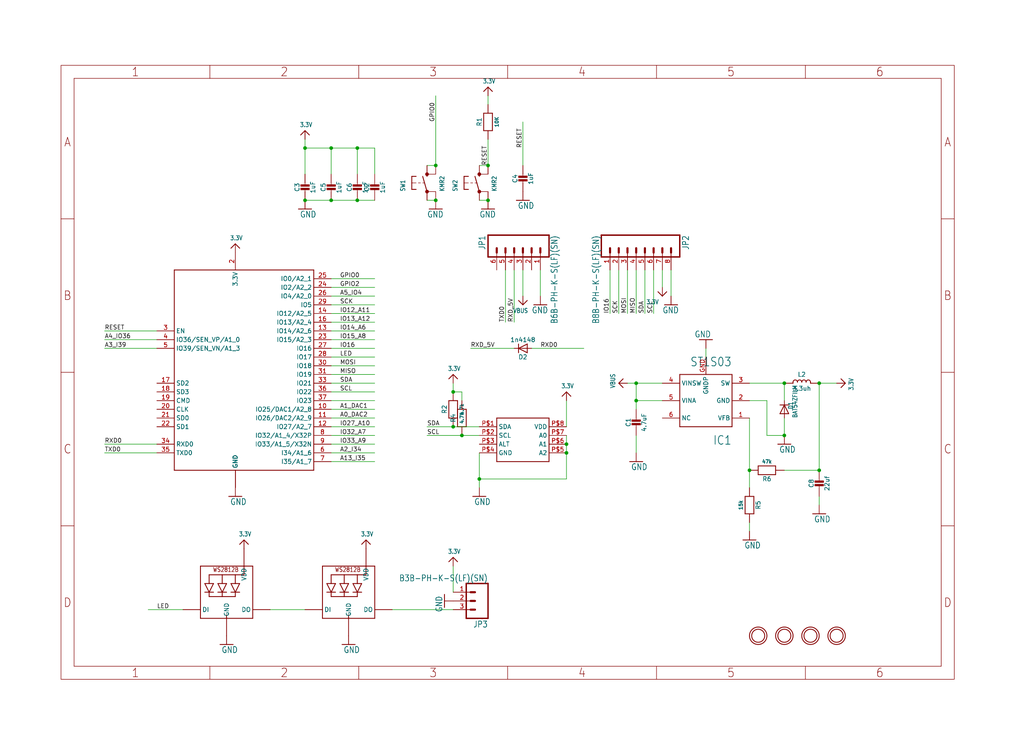
<source format=kicad_sch>
(kicad_sch (version 20211123) (generator eeschema)
  (paper "User" 298.45 217.881)
  (lib_symbols
    (symbol "OpenEVSE_ESP32_v1-eagle-import:3.3V" (power)
      (property "Value" "3.3V" (at -1.524 1.016 0))
      (symbol "3.3V_1_0"
        (polyline (pts (xy -1.27 -1.27) (xy 0 0)) (stroke (width 0.254)))
        (polyline (pts (xy 0 0) (xy 1.27 -1.27)) (stroke (width 0.254)))
        (pin power_in line (at 0 -2.54 90) (length 2.54) (name "3.3V") (number "1"))
      )
    )
    (symbol "OpenEVSE_ESP32_v1-eagle-import:CAP_CERAMIC0603_NO"
      (property "Reference" "C" (at -2.29 1.25 90))
      (property "Value" "CAP_CERAMIC0603_NO" (at 2.3 1.25 90))
      (symbol "CAP_CERAMIC0603_NO_1_0"
        (rectangle (start -1.27 0.508) (end 1.27 1.016) (fill (type outline)))
        (rectangle (start -1.27 1.524) (end 1.27 2.032) (fill (type outline)))
        (polyline (pts (xy 0 0.762) (xy 0 0)) (stroke (width 0.1524)))
        (polyline (pts (xy 0 2.54) (xy 0 1.778)) (stroke (width 0.1524)))
        (pin passive line (at 0 5.08 270) (length 2.54) (name "1") (number "1"))
        (pin passive line (at 0 -2.54 90) (length 2.54) (name "2") (number "2"))
      )
    )
    (symbol "OpenEVSE_ESP32_v1-eagle-import:DIODESOD-123"
      (property "Reference" "D" (at -2.54 2.54 0))
      (property "Value" "DIODESOD-123" (at -2.54 -3.81 0))
      (symbol "DIODESOD-123_1_0"
        (polyline (pts (xy -1.27 -1.27) (xy 1.27 0)) (stroke (width 0.254)))
        (polyline (pts (xy -1.27 1.27) (xy -1.27 -1.27)) (stroke (width 0.254)))
        (polyline (pts (xy 1.27 0) (xy -1.27 1.27)) (stroke (width 0.254)))
        (polyline (pts (xy 1.27 0) (xy 1.27 -1.27)) (stroke (width 0.254)))
        (polyline (pts (xy 1.27 1.27) (xy 1.27 0)) (stroke (width 0.254)))
        (pin passive line (at -2.54 0 0) (length 2.54) (name "A") (number "A"))
        (pin passive line (at 2.54 0 180) (length 2.54) (name "C") (number "C"))
      )
    )
    (symbol "OpenEVSE_ESP32_v1-eagle-import:DIODESOD-323"
      (property "Reference" "D" (at 0 2.54 0))
      (property "Value" "DIODESOD-323" (at 0 -2.5 0))
      (symbol "DIODESOD-323_1_0"
        (polyline (pts (xy -1.27 -1.27) (xy 1.27 0)) (stroke (width 0.254)))
        (polyline (pts (xy -1.27 1.27) (xy -1.27 -1.27)) (stroke (width 0.254)))
        (polyline (pts (xy 1.27 0) (xy -1.27 1.27)) (stroke (width 0.254)))
        (polyline (pts (xy 1.27 0) (xy 1.27 -1.27)) (stroke (width 0.254)))
        (polyline (pts (xy 1.27 1.27) (xy 1.27 0)) (stroke (width 0.254)))
        (pin passive line (at -2.54 0 0) (length 2.54) (name "A") (number "A"))
        (pin passive line (at 2.54 0 180) (length 2.54) (name "C") (number "C"))
      )
    )
    (symbol "OpenEVSE_ESP32_v1-eagle-import:ESP32_WROOM32_SKINNY"
      (symbol "ESP32_WROOM32_SKINNY_1_0"
        (polyline (pts (xy -17.78 -22.86) (xy -17.78 35.56)) (stroke (width 0.254)))
        (polyline (pts (xy -17.78 35.56) (xy 22.86 35.56)) (stroke (width 0.254)))
        (polyline (pts (xy 22.86 -22.86) (xy -17.78 -22.86)) (stroke (width 0.254)))
        (polyline (pts (xy 22.86 35.56) (xy 22.86 -22.86)) (stroke (width 0.254)))
        (pin passive line (at 0 -27.94 90) (length 5.08) (name "GND") (number "1"))
        (pin bidirectional line (at 27.94 -5.08 180) (length 5.08) (name "IO25/DAC1/A2_8") (number "10"))
        (pin bidirectional line (at 27.94 -7.62 180) (length 5.08) (name "IO26/DAC2/A2_9") (number "11"))
        (pin bidirectional line (at 27.94 -10.16 180) (length 5.08) (name "IO27/A2_7") (number "12"))
        (pin bidirectional line (at 27.94 17.78 180) (length 5.08) (name "IO14/A2_6") (number "13"))
        (pin bidirectional line (at 27.94 22.86 180) (length 5.08) (name "IO12/A2_5") (number "14"))
        (pin passive line (at 0 -27.94 90) (length 5.08) (name "GND") (number "15"))
        (pin bidirectional line (at 27.94 20.32 180) (length 5.08) (name "IO13/A2_4") (number "16"))
        (pin bidirectional line (at -22.86 2.54 0) (length 5.08) (name "SD2") (number "17"))
        (pin bidirectional line (at -22.86 0 0) (length 5.08) (name "SD3") (number "18"))
        (pin bidirectional line (at -22.86 -2.54 0) (length 5.08) (name "CMD") (number "19"))
        (pin passive line (at 0 40.64 270) (length 5.08) (name "3.3V") (number "2"))
        (pin bidirectional line (at -22.86 -5.08 0) (length 5.08) (name "CLK") (number "20"))
        (pin bidirectional line (at -22.86 -7.62 0) (length 5.08) (name "SD0") (number "21"))
        (pin bidirectional line (at -22.86 -10.16 0) (length 5.08) (name "SD1") (number "22"))
        (pin bidirectional line (at 27.94 15.24 180) (length 5.08) (name "IO15/A2_3") (number "23"))
        (pin bidirectional line (at 27.94 30.48 180) (length 5.08) (name "IO2/A2_2") (number "24"))
        (pin bidirectional line (at 27.94 33.02 180) (length 5.08) (name "IO0/A2_1") (number "25"))
        (pin bidirectional line (at 27.94 27.94 180) (length 5.08) (name "IO4/A2_0") (number "26"))
        (pin bidirectional line (at 27.94 12.7 180) (length 5.08) (name "IO16") (number "27"))
        (pin bidirectional line (at 27.94 10.16 180) (length 5.08) (name "IO17") (number "28"))
        (pin bidirectional line (at 27.94 25.4 180) (length 5.08) (name "IO5") (number "29"))
        (pin input line (at -22.86 17.78 0) (length 5.08) (name "EN") (number "3"))
        (pin bidirectional line (at 27.94 7.62 180) (length 5.08) (name "IO18") (number "30"))
        (pin bidirectional line (at 27.94 5.08 180) (length 5.08) (name "IO19") (number "31"))
        (pin bidirectional line (at 27.94 2.54 180) (length 5.08) (name "IO21") (number "33"))
        (pin input line (at -22.86 -15.24 0) (length 5.08) (name "RXD0") (number "34"))
        (pin output line (at -22.86 -17.78 0) (length 5.08) (name "TXD0") (number "35"))
        (pin bidirectional line (at 27.94 0 180) (length 5.08) (name "IO22") (number "36"))
        (pin bidirectional line (at 27.94 -2.54 180) (length 5.08) (name "IO23") (number "37"))
        (pin passive line (at 0 -27.94 90) (length 5.08) (name "GND") (number "38"))
        (pin passive line (at -22.86 15.24 0) (length 5.08) (name "IO36/SEN_VP/A1_0") (number "4"))
        (pin passive line (at -22.86 12.7 0) (length 5.08) (name "IO39/SEN_VN/A1_3") (number "5"))
        (pin bidirectional line (at 27.94 -17.78 180) (length 5.08) (name "I34/A1_6") (number "6"))
        (pin bidirectional line (at 27.94 -20.32 180) (length 5.08) (name "I35/A1_7") (number "7"))
        (pin bidirectional line (at 27.94 -12.7 180) (length 5.08) (name "IO32/A1_4/X32P") (number "8"))
        (pin bidirectional line (at 27.94 -15.24 180) (length 5.08) (name "IO33/A1_5/X32N") (number "9"))
        (pin passive line (at 0 -27.94 90) (length 5.08) (name "GND") (number "P$1"))
      )
    )
    (symbol "OpenEVSE_ESP32_v1-eagle-import:FRAME_A4"
      (symbol "FRAME_A4_0_0"
        (polyline (pts (xy 0 44.7675) (xy 3.81 44.7675)))
        (polyline (pts (xy 0 89.535) (xy 3.81 89.535)))
        (polyline (pts (xy 0 134.3025) (xy 3.81 134.3025)))
        (polyline (pts (xy 3.81 3.81) (xy 3.81 175.26)))
        (polyline (pts (xy 43.3917 0) (xy 43.3917 3.81)))
        (polyline (pts (xy 43.3917 175.26) (xy 43.3917 179.07)))
        (polyline (pts (xy 86.7833 0) (xy 86.7833 3.81)))
        (polyline (pts (xy 86.7833 175.26) (xy 86.7833 179.07)))
        (polyline (pts (xy 130.175 0) (xy 130.175 3.81)))
        (polyline (pts (xy 130.175 175.26) (xy 130.175 179.07)))
        (polyline (pts (xy 173.5667 0) (xy 173.5667 3.81)))
        (polyline (pts (xy 173.5667 175.26) (xy 173.5667 179.07)))
        (polyline (pts (xy 216.9583 0) (xy 216.9583 3.81)))
        (polyline (pts (xy 216.9583 175.26) (xy 216.9583 179.07)))
        (polyline (pts (xy 256.54 3.81) (xy 3.81 3.81)))
        (polyline (pts (xy 256.54 3.81) (xy 256.54 175.26)))
        (polyline (pts (xy 256.54 44.7675) (xy 260.35 44.7675)))
        (polyline (pts (xy 256.54 89.535) (xy 260.35 89.535)))
        (polyline (pts (xy 256.54 134.3025) (xy 260.35 134.3025)))
        (polyline (pts (xy 256.54 175.26) (xy 3.81 175.26)))
        (polyline (pts (xy 0 0) (xy 260.35 0) (xy 260.35 179.07) (xy 0 179.07) (xy 0 0)))
        (text "1" (at 21.6958 1.905 0) (effects (font (size 2.54 2.286))))
        (text "1" (at 21.6958 177.165 0) (effects (font (size 2.54 2.286))))
        (text "2" (at 65.0875 1.905 0) (effects (font (size 2.54 2.286))))
        (text "2" (at 65.0875 177.165 0) (effects (font (size 2.54 2.286))))
        (text "3" (at 108.4792 1.905 0) (effects (font (size 2.54 2.286))))
        (text "3" (at 108.4792 177.165 0) (effects (font (size 2.54 2.286))))
        (text "4" (at 151.8708 1.905 0) (effects (font (size 2.54 2.286))))
        (text "4" (at 151.8708 177.165 0) (effects (font (size 2.54 2.286))))
        (text "5" (at 195.2625 1.905 0) (effects (font (size 2.54 2.286))))
        (text "5" (at 195.2625 177.165 0) (effects (font (size 2.54 2.286))))
        (text "6" (at 238.6542 1.905 0) (effects (font (size 2.54 2.286))))
        (text "6" (at 238.6542 177.165 0) (effects (font (size 2.54 2.286))))
        (text "A" (at 1.905 156.6863 0) (effects (font (size 2.54 2.286))))
        (text "A" (at 258.445 156.6863 0) (effects (font (size 2.54 2.286))))
        (text "B" (at 1.905 111.9188 0) (effects (font (size 2.54 2.286))))
        (text "B" (at 258.445 111.9188 0) (effects (font (size 2.54 2.286))))
        (text "C" (at 1.905 67.1513 0) (effects (font (size 2.54 2.286))))
        (text "C" (at 258.445 67.1513 0) (effects (font (size 2.54 2.286))))
        (text "D" (at 1.905 22.3838 0) (effects (font (size 2.54 2.286))))
        (text "D" (at 258.445 22.3838 0) (effects (font (size 2.54 2.286))))
      )
      (symbol "FRAME_A4_1_0"
        (polyline (pts (xy 256.54 3.81) (xy 256.54 8.89)) (stroke (width 0.1016)))
        (polyline (pts (xy 256.54 8.89) (xy 256.54 13.97)) (stroke (width 0.1016)))
        (polyline (pts (xy 256.54 13.97) (xy 256.54 19.05)) (stroke (width 0.1016)))
        (polyline (pts (xy 256.54 19.05) (xy 256.54 36.83)) (stroke (width 0.1016)))
      )
      (symbol "FRAME_A4_2_0"
        (polyline (pts (xy -0.3048 1.5748) (xy 20.0152 1.5748)) (stroke (width 0.6096)))
        (polyline (pts (xy -0.3048 10.4648) (xy -0.3048 1.5748)) (stroke (width 0.6096)))
        (polyline (pts (xy -0.3048 10.4648) (xy 20.0152 10.4648)) (stroke (width 0.3048)))
        (polyline (pts (xy -0.3048 19.3548) (xy -0.3048 10.4648)) (stroke (width 0.6096)))
        (polyline (pts (xy -0.3048 19.3548) (xy 20.0152 19.3548)) (stroke (width 0.3048)))
        (polyline (pts (xy -0.3048 28.2448) (xy -0.3048 19.3548)) (stroke (width 0.6096)))
        (polyline (pts (xy -0.3048 28.2448) (xy 20.0152 28.2448)) (stroke (width 0.3048)))
        (polyline (pts (xy -0.3048 34.5948) (xy -0.3048 28.2448)) (stroke (width 0.6096)))
        (polyline (pts (xy 20.0152 1.5748) (xy 20.0152 6.6548)) (stroke (width 0.3048)))
        (polyline (pts (xy 20.0152 1.5748) (xy 95.5802 1.5748)) (stroke (width 0.6096)))
        (polyline (pts (xy 20.0152 6.6548) (xy 20.0152 10.4648)) (stroke (width 0.3048)))
        (polyline (pts (xy 20.0152 6.6548) (xy 88.5952 6.6548)) (stroke (width 0.3048)))
        (polyline (pts (xy 20.0152 10.4648) (xy 20.0152 16.8148)) (stroke (width 0.3048)))
        (polyline (pts (xy 20.0152 16.8148) (xy 20.0152 19.3548)) (stroke (width 0.3048)))
        (polyline (pts (xy 20.0152 19.3548) (xy 20.0152 28.2448)) (stroke (width 0.3048)))
        (polyline (pts (xy 20.0152 28.2448) (xy 20.0152 34.5948)) (stroke (width 0.3048)))
        (polyline (pts (xy 20.0152 28.2448) (xy 105.7402 28.2448)) (stroke (width 0.3048)))
        (polyline (pts (xy 20.0152 34.5948) (xy -0.3048 34.5948)) (stroke (width 0.6096)))
        (polyline (pts (xy 88.5952 6.6548) (xy 95.5802 6.6548)) (stroke (width 0.3048)))
        (polyline (pts (xy 88.5952 16.8148) (xy 20.0152 16.8148)) (stroke (width 0.3048)))
        (polyline (pts (xy 88.5952 16.8148) (xy 88.5952 6.6548)) (stroke (width 0.3048)))
        (polyline (pts (xy 95.5802 1.5748) (xy 121.6152 1.5748)) (stroke (width 0.6096)))
        (polyline (pts (xy 95.5802 6.6548) (xy 95.5802 1.5748)) (stroke (width 0.3048)))
        (polyline (pts (xy 95.5802 6.6548) (xy 121.6152 6.6548)) (stroke (width 0.3048)))
        (polyline (pts (xy 101.2952 13.3223) (xy 102.2477 13.3223)) (stroke (width 0.254)))
        (polyline (pts (xy 105.7402 28.2448) (xy 105.7402 34.5948)) (stroke (width 0.3048)))
        (polyline (pts (xy 105.7402 28.2448) (xy 110.1852 28.2448)) (stroke (width 0.3048)))
        (polyline (pts (xy 105.7402 34.5948) (xy 20.0152 34.5948)) (stroke (width 0.6096)))
        (polyline (pts (xy 110.1852 16.8148) (xy 88.5952 16.8148)) (stroke (width 0.3048)))
        (polyline (pts (xy 110.1852 28.2448) (xy 110.1852 16.8148)) (stroke (width 0.3048)))
        (polyline (pts (xy 110.1852 28.2448) (xy 121.6152 28.2448)) (stroke (width 0.3048)))
        (polyline (pts (xy 121.6152 6.6548) (xy 121.6152 1.5748)) (stroke (width 0.6096)))
        (polyline (pts (xy 121.6152 16.8148) (xy 110.1852 16.8148)) (stroke (width 0.3048)))
        (polyline (pts (xy 121.6152 16.8148) (xy 121.6152 6.6548)) (stroke (width 0.6096)))
        (polyline (pts (xy 121.6152 28.2448) (xy 121.6152 16.8148)) (stroke (width 0.6096)))
        (polyline (pts (xy 121.6152 34.5948) (xy 105.7402 34.5948)) (stroke (width 0.6096)))
        (polyline (pts (xy 121.6152 34.5948) (xy 121.6152 28.2448)) (stroke (width 0.6096)))
        (circle (center 109.2327 31.4198) (radius 1.4199) (stroke (width 0.254)))
        (text ">CHECKED" (at 2.2352 11.7348 0) (effects (font (size 1.778 1.5113)) (justify left bottom)))
        (text ">COMPANY" (at 23.349 29.6735 0) (effects (font (size 3.175 2.6987) (thickness 0.5397) bold) (justify left bottom)))
        (text ">DATE" (at 2.2352 2.8448 0) (effects (font (size 1.778 1.5113)) (justify left bottom)))
        (text ">DRAWING_NAME" (at 33.0327 2.8448 0) (effects (font (size 2.54 2.159)) (justify left bottom)))
        (text ">DRAWN" (at 2.2352 20.6248 0) (effects (font (size 1.778 1.5113)) (justify left bottom)))
        (text ">DRGNO" (at 91.1352 9.1948 0) (effects (font (size 2.1844 1.8567)) (justify left bottom)))
        (text ">LAST_DATE_TIME" (at 32.7152 9.1948 0) (effects (font (size 2.54 2.159)) (justify left bottom)))
        (text ">REV" (at 113.9952 18.7198 0) (effects (font (size 3.81 3.2385)) (justify left bottom)))
        (text ">SHEET" (at 108.9152 2.8448 0) (effects (font (size 2.54 2.54)) (justify left bottom)))
        (text ">YEAR" (at 112.4077 30.4673 0) (effects (font (size 1.778 1.5113)) (justify left bottom)))
        (text "C" (at 108.7564 30.7848 0) (effects (font (size 1.27 1.0795)) (justify left bottom)))
        (text "CHECKED" (at 0.9652 16.1798 0) (effects (font (size 1.778 1.5113)) (justify left bottom)))
        (text "DATE" (at 0.9652 7.2898 0) (effects (font (size 1.778 1.5113)) (justify left bottom)))
        (text "DATE" (at 21.2852 13.0048 0) (effects (font (size 2.54 2.54)) (justify left bottom)))
        (text "DRAWN" (at 0.9652 25.0698 0) (effects (font (size 1.778 1.5113)) (justify left bottom)))
        (text "DRG" (at 89.8652 13.0048 0) (effects (font (size 2.54 2.54)) (justify left bottom)))
        (text "FILE:" (at 21.2852 2.8448 0) (effects (font (size 2.54 2.54)) (justify left bottom)))
        (text "ISSUE" (at 5.0927 30.4673 0) (effects (font (size 1.9304 1.6408)) (justify left bottom)))
        (text "N" (at 98.4377 13.0048 0) (effects (font (size 2.54 2.54)) (justify left bottom)))
        (text "o" (at 100.9777 13.9573 0) (effects (font (size 2.1844 1.8567)) (justify left bottom)))
        (text "PAGE:" (at 96.8502 2.8448 0) (effects (font (size 2.54 2.54)) (justify left bottom)))
        (text "REV" (at 112.4077 24.4348 0) (effects (font (size 2.54 2.54)) (justify left bottom)))
        (text "TITLE" (at 21.2852 24.4348 0) (effects (font (size 2.54 2.54)) (justify left bottom)))
      )
    )
    (symbol "OpenEVSE_ESP32_v1-eagle-import:GND" (power)
      (property "Value" "GND" (at -2.54 -2.54 0))
      (symbol "GND_1_0"
        (polyline (pts (xy -1.905 0) (xy 1.905 0)) (stroke (width 0.254)))
        (pin power_in line (at 0 2.54 270) (length 2.54) (name "GND") (number "1"))
      )
    )
    (symbol "OpenEVSE_ESP32_v1-eagle-import:JST6"
      (property "Value" "JST6" (at -5.08 -10.16 0))
      (symbol "JST6_1_0"
        (polyline (pts (xy -5.08 10.16) (xy -5.08 -7.62)) (stroke (width 0.4064)))
        (polyline (pts (xy -5.08 10.16) (xy 1.27 10.16)) (stroke (width 0.4064)))
        (polyline (pts (xy -1.27 -5.08) (xy 0 -5.08)) (stroke (width 0.6096)))
        (polyline (pts (xy -1.27 -2.54) (xy 0 -2.54)) (stroke (width 0.6096)))
        (polyline (pts (xy -1.27 0) (xy 0 0)) (stroke (width 0.6096)))
        (polyline (pts (xy -1.27 2.54) (xy 0 2.54)) (stroke (width 0.6096)))
        (polyline (pts (xy -1.27 5.08) (xy 0 5.08)) (stroke (width 0.6096)))
        (polyline (pts (xy -1.27 7.62) (xy 0 7.62)) (stroke (width 0.6096)))
        (polyline (pts (xy 1.27 -7.62) (xy -5.08 -7.62)) (stroke (width 0.4064)))
        (polyline (pts (xy 1.27 -7.62) (xy 1.27 10.16)) (stroke (width 0.4064)))
        (pin passive line (at 5.08 -5.08 180) (length 5.08) (name "1") (number "1"))
        (pin passive line (at 5.08 -2.54 180) (length 5.08) (name "2") (number "2"))
        (pin passive line (at 5.08 0 180) (length 5.08) (name "3") (number "3"))
        (pin passive line (at 5.08 2.54 180) (length 5.08) (name "4") (number "4"))
        (pin passive line (at 5.08 5.08 180) (length 5.08) (name "5") (number "5"))
        (pin passive line (at 5.08 7.62 180) (length 5.08) (name "6") (number "6"))
      )
    )
    (symbol "OpenEVSE_ESP32_v1-eagle-import:JST8"
      (property "Value" "JST8" (at -2.54 -15.24 0))
      (symbol "JST8_1_0"
        (polyline (pts (xy -2.54 10.16) (xy -2.54 -12.7)) (stroke (width 0.4064)))
        (polyline (pts (xy -2.54 10.16) (xy 3.81 10.16)) (stroke (width 0.4064)))
        (polyline (pts (xy 1.27 -10.16) (xy 2.54 -10.16)) (stroke (width 0.6096)))
        (polyline (pts (xy 1.27 -7.62) (xy 2.54 -7.62)) (stroke (width 0.6096)))
        (polyline (pts (xy 1.27 -5.08) (xy 2.54 -5.08)) (stroke (width 0.6096)))
        (polyline (pts (xy 1.27 -2.54) (xy 2.54 -2.54)) (stroke (width 0.6096)))
        (polyline (pts (xy 1.27 0) (xy 2.54 0)) (stroke (width 0.6096)))
        (polyline (pts (xy 1.27 2.54) (xy 2.54 2.54)) (stroke (width 0.6096)))
        (polyline (pts (xy 1.27 5.08) (xy 2.54 5.08)) (stroke (width 0.6096)))
        (polyline (pts (xy 1.27 7.62) (xy 2.54 7.62)) (stroke (width 0.6096)))
        (polyline (pts (xy 3.81 -12.7) (xy -2.54 -12.7)) (stroke (width 0.4064)))
        (polyline (pts (xy 3.81 -12.7) (xy 3.81 10.16)) (stroke (width 0.4064)))
        (pin passive line (at 7.62 -10.16 180) (length 5.08) (name "1") (number "1"))
        (pin passive line (at 7.62 -7.62 180) (length 5.08) (name "2") (number "2"))
        (pin passive line (at 7.62 -5.08 180) (length 5.08) (name "3") (number "3"))
        (pin passive line (at 7.62 -2.54 180) (length 5.08) (name "4") (number "4"))
        (pin passive line (at 7.62 0 180) (length 5.08) (name "5") (number "5"))
        (pin passive line (at 7.62 2.54 180) (length 5.08) (name "6") (number "6"))
        (pin passive line (at 7.62 5.08 180) (length 5.08) (name "7") (number "7"))
        (pin passive line (at 7.62 7.62 180) (length 5.08) (name "8") (number "8"))
      )
    )
    (symbol "OpenEVSE_ESP32_v1-eagle-import:M03JST-PTH-VERT"
      (property "Reference" "JP" (at -2.54 5.842 0))
      (property "Value" "M03JST-PTH-VERT" (at -2.54 -7.62 0))
      (symbol "M03JST-PTH-VERT_1_0"
        (polyline (pts (xy -2.54 5.08) (xy -2.54 -5.08)) (stroke (width 0.4064)))
        (polyline (pts (xy -2.54 5.08) (xy 3.81 5.08)) (stroke (width 0.4064)))
        (polyline (pts (xy 1.27 -2.54) (xy 2.54 -2.54)) (stroke (width 0.6096)))
        (polyline (pts (xy 1.27 0) (xy 2.54 0)) (stroke (width 0.6096)))
        (polyline (pts (xy 1.27 2.54) (xy 2.54 2.54)) (stroke (width 0.6096)))
        (polyline (pts (xy 3.81 -5.08) (xy -2.54 -5.08)) (stroke (width 0.4064)))
        (polyline (pts (xy 3.81 -5.08) (xy 3.81 5.08)) (stroke (width 0.4064)))
        (pin passive line (at 7.62 -2.54 180) (length 5.08) (name "1") (number "1"))
        (pin passive line (at 7.62 0 180) (length 5.08) (name "2") (number "2"))
        (pin passive line (at 7.62 2.54 180) (length 5.08) (name "3") (number "3"))
      )
    )
    (symbol "OpenEVSE_ESP32_v1-eagle-import:MCP9808"
      (symbol "MCP9808_1_0"
        (polyline (pts (xy -7.62 -5.08) (xy -7.62 7.62)) (stroke (width 0.254)))
        (polyline (pts (xy -7.62 7.62) (xy 7.62 7.62)) (stroke (width 0.254)))
        (polyline (pts (xy 7.62 -5.08) (xy -7.62 -5.08)) (stroke (width 0.254)))
        (polyline (pts (xy 7.62 7.62) (xy 7.62 -5.08)) (stroke (width 0.254)))
        (pin bidirectional line (at -12.7 5.08 0) (length 5.08) (name "SDA") (number "P$1"))
        (pin bidirectional line (at -12.7 2.54 0) (length 5.08) (name "SCL") (number "P$2"))
        (pin bidirectional line (at -12.7 0 0) (length 5.08) (name "ALT") (number "P$3"))
        (pin bidirectional line (at -12.7 -2.54 0) (length 5.08) (name "GND") (number "P$4"))
        (pin bidirectional line (at 12.7 -2.54 180) (length 5.08) (name "A2") (number "P$5"))
        (pin bidirectional line (at 12.7 0 180) (length 5.08) (name "A1") (number "P$6"))
        (pin bidirectional line (at 12.7 2.54 180) (length 5.08) (name "A0") (number "P$7"))
        (pin bidirectional line (at 12.7 5.08 180) (length 5.08) (name "VDD") (number "P$8"))
      )
    )
    (symbol "OpenEVSE_ESP32_v1-eagle-import:MICROBUILDER_INDUCTORNR5040"
      (property "Reference" "L" (at 0 2.54 0))
      (property "Value" "MICROBUILDER_INDUCTORNR5040" (at 0 -1.54 0))
      (symbol "MICROBUILDER_INDUCTORNR5040_1_0"
        (arc (start -1.27 0.3175) (mid -1.905 0.9524) (end -2.54 0.3175) (stroke (width 0.254)))
        (polyline (pts (xy -2.54 0.3175) (xy -2.54 0)) (stroke (width 0.254)))
        (polyline (pts (xy 2.54 0.3175) (xy 2.54 0)) (stroke (width 0.254)))
        (arc (start 0 0.3175) (mid -0.635 0.9524) (end -1.27 0.3175) (stroke (width 0.254)))
        (arc (start 1.27 0.3175) (mid 0.635 0.9524) (end 0 0.3175) (stroke (width 0.254)))
        (arc (start 2.54 0.3175) (mid 1.905 0.9524) (end 1.27 0.3175) (stroke (width 0.254)))
        (pin passive line (at -5.08 0 0) (length 2.54) (name "1") (number "P$1"))
        (pin passive line (at 5.08 0 180) (length 2.54) (name "2") (number "P$2"))
      )
    )
    (symbol "OpenEVSE_ESP32_v1-eagle-import:MICROBUILDER_WS2812B3535"
      (symbol "MICROBUILDER_WS2812B3535_1_0"
        (polyline (pts (xy -7.62 -5.08) (xy 0 -5.08)) (stroke (width 0.254)))
        (polyline (pts (xy -7.62 10.16) (xy -7.62 -5.08)) (stroke (width 0.254)))
        (polyline (pts (xy -6.35 2.54) (xy -5.08 2.54)) (stroke (width 0.254)))
        (polyline (pts (xy -6.35 5.08) (xy -5.08 5.08)) (stroke (width 0.254)))
        (polyline (pts (xy -5.08 2.54) (xy -6.35 5.08)) (stroke (width 0.254)))
        (polyline (pts (xy -5.08 2.54) (xy -5.08 1.27)) (stroke (width 0.254)))
        (polyline (pts (xy -5.08 2.54) (xy -3.81 5.08)) (stroke (width 0.254)))
        (polyline (pts (xy -5.08 5.08) (xy -3.81 5.08)) (stroke (width 0.254)))
        (polyline (pts (xy -5.08 7.62) (xy -5.08 5.08)) (stroke (width 0.254)))
        (polyline (pts (xy -3.81 2.54) (xy -5.08 2.54)) (stroke (width 0.254)))
        (polyline (pts (xy -2.54 2.54) (xy -1.27 2.54)) (stroke (width 0.254)))
        (polyline (pts (xy -2.54 5.08) (xy 0 5.08)) (stroke (width 0.254)))
        (polyline (pts (xy -1.27 1.27) (xy -5.08 1.27)) (stroke (width 0.254)))
        (polyline (pts (xy -1.27 2.54) (xy -2.54 5.08)) (stroke (width 0.254)))
        (polyline (pts (xy -1.27 2.54) (xy -1.27 1.27)) (stroke (width 0.254)))
        (polyline (pts (xy -1.27 2.54) (xy 0 2.54)) (stroke (width 0.254)))
        (polyline (pts (xy -1.27 5.08) (xy -1.27 7.62)) (stroke (width 0.254)))
        (polyline (pts (xy -1.27 7.62) (xy -5.08 7.62)) (stroke (width 0.254)))
        (polyline (pts (xy 0 -5.08) (xy 7.62 -5.08)) (stroke (width 0.254)))
        (polyline (pts (xy 0 -4.064) (xy 0 -5.08)) (stroke (width 0.254)))
        (polyline (pts (xy 0 5.08) (xy -1.27 2.54)) (stroke (width 0.254)))
        (polyline (pts (xy 1.27 5.08) (xy 2.54 2.54)) (stroke (width 0.254)))
        (polyline (pts (xy 1.27 5.08) (xy 2.54 5.08)) (stroke (width 0.254)))
        (polyline (pts (xy 2.54 1.27) (xy -1.27 1.27)) (stroke (width 0.254)))
        (polyline (pts (xy 2.54 2.54) (xy 1.27 2.54)) (stroke (width 0.254)))
        (polyline (pts (xy 2.54 2.54) (xy 2.54 1.27)) (stroke (width 0.254)))
        (polyline (pts (xy 2.54 2.54) (xy 3.81 2.54)) (stroke (width 0.254)))
        (polyline (pts (xy 2.54 2.54) (xy 3.81 5.08)) (stroke (width 0.254)))
        (polyline (pts (xy 2.54 5.08) (xy 2.54 7.62)) (stroke (width 0.254)))
        (polyline (pts (xy 2.54 7.62) (xy -1.27 7.62)) (stroke (width 0.254)))
        (polyline (pts (xy 2.54 7.62) (xy 5.08 7.62)) (stroke (width 0.254)))
        (polyline (pts (xy 3.81 5.08) (xy 2.54 5.08)) (stroke (width 0.254)))
        (polyline (pts (xy 5.08 10.16) (xy -7.62 10.16)) (stroke (width 0.254)))
        (polyline (pts (xy 5.08 10.16) (xy 5.08 7.62)) (stroke (width 0.254)))
        (polyline (pts (xy 7.62 -5.08) (xy 7.62 10.16)) (stroke (width 0.254)))
        (polyline (pts (xy 7.62 10.16) (xy 5.08 10.16)) (stroke (width 0.254)))
        (text "WS2812B" (at -4.064 8.382 0) (effects (font (size 1.27 1.0795)) (justify left bottom)))
        (pin input line (at -12.7 -2.54 0) (length 5.08) (name "DI") (number "1"))
        (pin power_in line (at 5.08 15.24 270) (length 5.08) (name "VDD") (number "2"))
        (pin output line (at 12.7 -2.54 180) (length 5.08) (name "DO") (number "3"))
        (pin power_in line (at 0 -10.16 90) (length 5.08) (name "GND") (number "4"))
      )
    )
    (symbol "OpenEVSE_ESP32_v1-eagle-import:MOUNTINGHOLE2.5"
      (symbol "MOUNTINGHOLE2.5_1_0"
        (circle (center 0 0) (radius 1.905) (stroke (width 0.254)))
        (circle (center 0 0) (radius 2.54) (stroke (width 0.254)))
      )
    )
    (symbol "OpenEVSE_ESP32_v1-eagle-import:RESISTOR_0603_NOOUT"
      (property "Reference" "R" (at 0 2.54 0))
      (property "Value" "RESISTOR_0603_NOOUT" (at 0 0 0))
      (symbol "RESISTOR_0603_NOOUT_1_0"
        (polyline (pts (xy -2.54 -1.27) (xy -2.54 1.27)) (stroke (width 0.254)))
        (polyline (pts (xy -2.54 1.27) (xy 2.54 1.27)) (stroke (width 0.254)))
        (polyline (pts (xy 2.54 -1.27) (xy -2.54 -1.27)) (stroke (width 0.254)))
        (polyline (pts (xy 2.54 1.27) (xy 2.54 -1.27)) (stroke (width 0.254)))
        (pin passive line (at -5.08 0 0) (length 2.54) (name "1") (number "1"))
        (pin passive line (at 5.08 0 180) (length 2.54) (name "2") (number "2"))
      )
    )
    (symbol "OpenEVSE_ESP32_v1-eagle-import:ST1S03"
      (property "Value" "ST1S03" (at -7.62 -12.7 0))
      (symbol "ST1S03_1_0"
        (polyline (pts (xy -7.62 -7.62) (xy 7.62 -7.62)) (stroke (width 0.254)))
        (polyline (pts (xy -7.62 7.62) (xy -7.62 -7.62)) (stroke (width 0.254)))
        (polyline (pts (xy 7.62 -7.62) (xy 7.62 7.62)) (stroke (width 0.254)))
        (polyline (pts (xy 7.62 7.62) (xy -7.62 7.62)) (stroke (width 0.254)))
        (pin bidirectional line (at -12.7 5.08 0) (length 5.08) (name "VFB") (number "1"))
        (pin bidirectional line (at -12.7 0 0) (length 5.08) (name "GND") (number "2"))
        (pin bidirectional line (at -12.7 -5.08 0) (length 5.08) (name "SW") (number "3"))
        (pin bidirectional line (at 12.7 -5.08 180) (length 5.08) (name "VINSW") (number "4"))
        (pin bidirectional line (at 12.7 0 180) (length 5.08) (name "VINA") (number "5"))
        (pin bidirectional line (at 12.7 5.08 180) (length 5.08) (name "NC") (number "6"))
        (pin bidirectional line (at 0 -12.7 90) (length 5.08) (name "GNDP") (number "GND"))
      )
    )
    (symbol "OpenEVSE_ESP32_v1-eagle-import:SWITCH_TACT_SMT4.6X2.8"
      (property "Reference" "SW" (at -2.54 6.35 0))
      (property "Value" "SWITCH_TACT_SMT4.6X2.8" (at -2.54 -5.08 0))
      (symbol "SWITCH_TACT_SMT4.6X2.8_1_0"
        (circle (center -2.54 0) (radius 0.127) (stroke (width 0.4064)))
        (polyline (pts (xy -2.54 -2.54) (xy -2.54 0)) (stroke (width 0.1524)))
        (polyline (pts (xy -2.54 0) (xy 1.905 1.27)) (stroke (width 0.254)))
        (polyline (pts (xy -1.905 4.445) (xy -1.905 3.175)) (stroke (width 0.254)))
        (polyline (pts (xy 0 1.27) (xy 0 0.635)) (stroke (width 0.1524)))
        (polyline (pts (xy 0 2.54) (xy 0 1.905)) (stroke (width 0.1524)))
        (polyline (pts (xy 0 4.445) (xy -1.905 4.445)) (stroke (width 0.254)))
        (polyline (pts (xy 0 4.445) (xy 0 3.175)) (stroke (width 0.1524)))
        (polyline (pts (xy 1.905 0) (xy 2.54 0)) (stroke (width 0.254)))
        (polyline (pts (xy 1.905 4.445) (xy 0 4.445)) (stroke (width 0.254)))
        (polyline (pts (xy 1.905 4.445) (xy 1.905 3.175)) (stroke (width 0.254)))
        (polyline (pts (xy 2.54 -2.54) (xy 2.54 0)) (stroke (width 0.1524)))
        (circle (center 2.54 0) (radius 0.127) (stroke (width 0.4064)))
        (pin passive line (at -5.08 0 0) (length 2.54) (name "P") (number "A"))
        (pin passive line (at -5.08 -2.54 0) (length 2.54) (name "P1") (number "A'"))
        (pin passive line (at 5.08 0 180) (length 2.54) (name "S") (number "B"))
        (pin passive line (at 5.08 -2.54 180) (length 2.54) (name "S1") (number "B'"))
      )
    )
    (symbol "OpenEVSE_ESP32_v1-eagle-import:VBUS" (power)
      (property "Value" "VBUS" (at -1.524 1.016 0))
      (symbol "VBUS_1_0"
        (polyline (pts (xy -1.27 -1.27) (xy 0 0)) (stroke (width 0.254)))
        (polyline (pts (xy 0 0) (xy 1.27 -1.27)) (stroke (width 0.254)))
        (pin power_in line (at 0 -2.54 90) (length 2.54) (name "VBUS") (number "1"))
      )
    )
  )
  (junction (at 185.42 116.84))
  (junction (at 88.9 43.18))
  (junction (at 132.08 114.3))
  (junction (at 238.76 137.16))
  (junction (at 238.76 111.76))
  (junction (at 132.08 124.46))
  (junction (at 88.9 58.42))
  (junction (at 165.1 132.08))
  (junction (at 165.1 129.54))
  (junction (at 218.44 137.16))
  (junction (at 185.42 111.76))
  (junction (at 104.14 58.42))
  (junction (at 127 48.26))
  (junction (at 127 58.42))
  (junction (at 142.24 58.42))
  (junction (at 104.14 43.18))
  (junction (at 134.62 127))
  (junction (at 139.7 139.7))
  (junction (at 142.24 48.26))
  (junction (at 228.6 111.76))
  (junction (at 228.6 127))
  (junction (at 96.52 58.42))
  (junction (at 96.52 43.18))
  (wire (pts (xy 185.42 116.84) (xy 185.42 119.38)))
  (wire (pts (xy 218.44 142.24) (xy 218.44 137.16)))
  (wire (pts (xy 132.08 114.3) (xy 134.62 114.3)))
  (wire (pts (xy 228.6 111.76) (xy 228.6 116.84)))
  (wire (pts (xy 238.76 147.32) (xy 238.76 144.78)))
  (wire (pts (xy 96.52 129.54) (xy 109.22 129.54)))
  (wire (pts (xy 96.52 124.46) (xy 109.22 124.46)))
  (wire (pts (xy 96.52 86.36) (xy 109.22 86.36)))
  (wire (pts (xy 96.52 111.76) (xy 109.22 111.76)))
  (wire (pts (xy 45.72 129.54) (xy 30.48 129.54)))
  (wire (pts (xy 96.52 121.92) (xy 109.22 121.92)))
  (wire (pts (xy 223.52 127) (xy 228.6 127)))
  (wire (pts (xy 165.1 132.08) (xy 165.1 139.7)))
  (wire (pts (xy 177.8 78.74) (xy 177.8 91.44)))
  (wire (pts (xy 132.08 111.76) (xy 132.08 114.3)))
  (wire (pts (xy 134.62 114.3) (xy 134.62 116.84)))
  (wire (pts (xy 139.7 127) (xy 134.62 127)))
  (wire (pts (xy 149.86 93.98) (xy 149.86 78.74)))
  (wire (pts (xy 165.1 139.7) (xy 139.7 139.7)))
  (wire (pts (xy 114.3 177.8) (xy 132.08 177.8)))
  (wire (pts (xy 45.72 99.06) (xy 30.48 99.06)))
  (wire (pts (xy 185.42 132.08) (xy 185.42 127)))
  (wire (pts (xy 96.52 93.98) (xy 109.22 93.98)))
  (wire (pts (xy 193.04 116.84) (xy 185.42 116.84)))
  (wire (pts (xy 30.48 101.6) (xy 45.72 101.6)))
  (wire (pts (xy 185.42 78.74) (xy 185.42 91.44)))
  (wire (pts (xy 96.52 106.68) (xy 109.22 106.68)))
  (wire (pts (xy 193.04 111.76) (xy 185.42 111.76)))
  (wire (pts (xy 127 58.42) (xy 124.46 58.42)))
  (wire (pts (xy 104.14 58.42) (xy 109.22 58.42)))
  (wire (pts (xy 228.6 121.92) (xy 228.6 127)))
  (wire (pts (xy 109.22 104.14) (xy 96.52 104.14)))
  (wire (pts (xy 88.9 43.18) (xy 88.9 50.8)))
  (wire (pts (xy 187.96 78.74) (xy 187.96 91.44)))
  (wire (pts (xy 96.52 119.38) (xy 109.22 119.38)))
  (wire (pts (xy 96.52 127) (xy 109.22 127)))
  (wire (pts (xy 193.04 83.82) (xy 193.04 78.74)))
  (wire (pts (xy 142.24 48.26) (xy 139.7 48.26)))
  (wire (pts (xy 139.7 142.24) (xy 139.7 139.7)))
  (wire (pts (xy 96.52 58.42) (xy 88.9 58.42)))
  (wire (pts (xy 124.46 48.26) (xy 127 48.26)))
  (wire (pts (xy 218.44 111.76) (xy 228.6 111.76)))
  (wire (pts (xy 147.32 93.98) (xy 147.32 78.74)))
  (wire (pts (xy 238.76 111.76) (xy 243.84 111.76)))
  (wire (pts (xy 134.62 127) (xy 124.46 127)))
  (wire (pts (xy 139.7 124.46) (xy 132.08 124.46)))
  (wire (pts (xy 195.58 86.36) (xy 195.58 78.74)))
  (wire (pts (xy 96.52 116.84) (xy 109.22 116.84)))
  (wire (pts (xy 30.48 132.08) (xy 45.72 132.08)))
  (wire (pts (xy 88.9 43.18) (xy 88.9 40.64)))
  (wire (pts (xy 88.9 177.8) (xy 78.74 177.8)))
  (wire (pts (xy 182.88 111.76) (xy 185.42 111.76)))
  (wire (pts (xy 142.24 27.94) (xy 142.24 30.48)))
  (wire (pts (xy 142.24 40.64) (xy 142.24 48.26)))
  (wire (pts (xy 190.5 78.74) (xy 190.5 91.44)))
  (wire (pts (xy 238.76 111.76) (xy 238.76 137.16)))
  (wire (pts (xy 96.52 96.52) (xy 109.22 96.52)))
  (wire (pts (xy 96.52 81.28) (xy 109.22 81.28)))
  (wire (pts (xy 96.52 91.44) (xy 109.22 91.44)))
  (wire (pts (xy 132.08 124.46) (xy 124.46 124.46)))
  (wire (pts (xy 165.1 116.84) (xy 165.1 124.46)))
  (wire (pts (xy 180.34 78.74) (xy 180.34 91.44)))
  (wire (pts (xy 45.72 96.52) (xy 30.48 96.52)))
  (wire (pts (xy 218.44 121.92) (xy 218.44 137.16)))
  (wire (pts (xy 218.44 154.94) (xy 218.44 152.4)))
  (wire (pts (xy 109.22 109.22) (xy 96.52 109.22)))
  (wire (pts (xy 238.76 137.16) (xy 228.6 137.16)))
  (wire (pts (xy 96.52 132.08) (xy 109.22 132.08)))
  (wire (pts (xy 165.1 127) (xy 165.1 129.54)))
  (wire (pts (xy 132.08 165.1) (xy 132.08 172.72)))
  (wire (pts (xy 104.14 43.18) (xy 104.14 50.8)))
  (wire (pts (xy 185.42 111.76) (xy 185.42 116.84)))
  (wire (pts (xy 88.9 43.18) (xy 96.52 43.18)))
  (wire (pts (xy 109.22 43.18) (xy 104.14 43.18)))
  (wire (pts (xy 96.52 83.82) (xy 109.22 83.82)))
  (wire (pts (xy 154.94 101.6) (xy 170.18 101.6)))
  (wire (pts (xy 96.52 43.18) (xy 104.14 43.18)))
  (wire (pts (xy 165.1 129.54) (xy 165.1 132.08)))
  (wire (pts (xy 96.52 43.18) (xy 96.52 50.8)))
  (wire (pts (xy 96.52 88.9) (xy 109.22 88.9)))
  (wire (pts (xy 139.7 139.7) (xy 139.7 132.08)))
  (wire (pts (xy 53.34 177.8) (xy 43.18 177.8)))
  (wire (pts (xy 96.52 99.06) (xy 109.22 99.06)))
  (wire (pts (xy 96.52 114.3) (xy 109.22 114.3)))
  (wire (pts (xy 96.52 134.62) (xy 109.22 134.62)))
  (wire (pts (xy 182.88 78.74) (xy 182.88 91.44)))
  (wire (pts (xy 109.22 50.8) (xy 109.22 43.18)))
  (wire (pts (xy 205.74 101.6) (xy 205.74 104.14)))
  (wire (pts (xy 152.4 48.26) (xy 152.4 35.56)))
  (wire (pts (xy 157.48 86.36) (xy 157.48 78.74)))
  (wire (pts (xy 152.4 78.74) (xy 152.4 86.36)))
  (wire (pts (xy 223.52 116.84) (xy 223.52 127)))
  (wire (pts (xy 127 48.26) (xy 127 27.94)))
  (wire (pts (xy 149.86 101.6) (xy 137.16 101.6)))
  (wire (pts (xy 218.44 116.84) (xy 223.52 116.84)))
  (wire (pts (xy 139.7 58.42) (xy 142.24 58.42)))
  (wire (pts (xy 96.52 101.6) (xy 109.22 101.6)))
  (wire (pts (xy 96.52 58.42) (xy 104.14 58.42)))
  (label "RXD_5V" (at 149.86 93.98 90) (effects (font (size 1.2446 1.2446))))
  (label "MISO" (at 99.06 109.22 0) (effects (font (size 1.2446 1.2446))))
  (label "IO16" (at 99.06 101.6 0) (effects (font (size 1.2446 1.2446))))
  (label "TXD0" (at 147.32 93.98 90) (effects (font (size 1.2446 1.2446))))
  (label "IO15_A8" (at 99.06 99.06 0) (effects (font (size 1.2446 1.2446))))
  (label "RESET" (at 142.24 48.26 90) (effects (font (size 1.2446 1.2446))))
  (label "SDA" (at 187.96 91.44 90) (effects (font (size 1.2446 1.2446))))
  (label "A13_I35" (at 99.06 134.62 0) (effects (font (size 1.2446 1.2446))))
  (label "MOSI" (at 182.88 91.44 90) (effects (font (size 1.2446 1.2446))))
  (label "GPIO2" (at 99.06 83.82 0) (effects (font (size 1.2446 1.2446))))
  (label "SCK" (at 180.34 91.44 90) (effects (font (size 1.2446 1.2446))))
  (label "SDA" (at 124.46 124.46 0) (effects (font (size 1.2446 1.2446))))
  (label "LED" (at 45.72 177.8 0) (effects (font (size 1.2446 1.2446))))
  (label "RXD0" (at 30.48 129.54 0) (effects (font (size 1.2446 1.2446))))
  (label "A5_IO4" (at 99.06 86.36 0) (effects (font (size 1.2446 1.2446))))
  (label "IO12_A11" (at 99.06 91.44 0) (effects (font (size 1.2446 1.2446))))
  (label "A2_I34" (at 99.06 132.08 0) (effects (font (size 1.2446 1.2446))))
  (label "RESET" (at 152.4 43.18 90) (effects (font (size 1.2446 1.2446))))
  (label "GPIO0" (at 99.06 81.28 0) (effects (font (size 1.2446 1.2446))))
  (label "SDA" (at 99.06 111.76 0) (effects (font (size 1.2446 1.2446))))
  (label "GPIO0" (at 127 35.56 90) (effects (font (size 1.2446 1.2446))))
  (label "MOSI" (at 99.06 106.68 0) (effects (font (size 1.2446 1.2446))))
  (label "IO13_A12" (at 99.06 93.98 0) (effects (font (size 1.2446 1.2446))))
  (label "A1_DAC1" (at 99.06 119.38 0) (effects (font (size 1.2446 1.2446))))
  (label "MISO" (at 185.42 91.44 90) (effects (font (size 1.2446 1.2446))))
  (label "RXD_5V" (at 137.16 101.6 0) (effects (font (size 1.2446 1.2446))))
  (label "SCL" (at 99.06 114.3 0) (effects (font (size 1.2446 1.2446))))
  (label "LED" (at 99.06 104.14 0) (effects (font (size 1.2446 1.2446))))
  (label "RESET" (at 30.48 96.52 0) (effects (font (size 1.2446 1.2446))))
  (label "IO32_A7" (at 99.06 127 0) (effects (font (size 1.2446 1.2446))))
  (label "IO14_A6" (at 99.06 96.52 0) (effects (font (size 1.2446 1.2446))))
  (label "A3_I39" (at 30.48 101.6 0) (effects (font (size 1.2446 1.2446))))
  (label "TXD0" (at 30.48 132.08 0) (effects (font (size 1.2446 1.2446))))
  (label "A0_DAC2" (at 99.06 121.92 0) (effects (font (size 1.2446 1.2446))))
  (label "IO33_A9" (at 99.06 129.54 0) (effects (font (size 1.2446 1.2446))))
  (label "SCL" (at 124.46 127 0) (effects (font (size 1.2446 1.2446))))
  (label "SCL" (at 190.5 91.44 90) (effects (font (size 1.2446 1.2446))))
  (label "RXD0" (at 157.48 101.6 0) (effects (font (size 1.2446 1.2446))))
  (label "IO16" (at 177.8 91.44 90) (effects (font (size 1.2446 1.2446))))
  (label "A4_IO36" (at 30.48 99.06 0) (effects (font (size 1.2446 1.2446))))
  (label "IO27_A10" (at 99.06 124.46 0) (effects (font (size 1.2446 1.2446))))
  (label "SCK" (at 99.06 88.9 0) (effects (font (size 1.2446 1.2446))))
  (symbol (lib_id "OpenEVSE_ESP32_v1-eagle-import:DIODESOD-123") (at 228.6 119.38 90) (unit 1)
    (property "Reference" "D1" (at 231.14 119.38 0) (effects (font (size 1.27 1.0795)) (justify left bottom)))
    (property "Value" "BAT54ZFILM" (at 232.41 121.92 0) (effects (font (size 1.27 1.0795)) (justify left bottom)))
    (property "Footprint" "OpenEVSE_ESP32_v1:SOD-123" (effects hide))
  )
  (symbol (lib_id "OpenEVSE_ESP32_v1-eagle-import:GND") (at 152.4 58.42 0) (unit 1)
    (property "Reference" "#U$42" (effects hide))
    (property "Value" "GND" (at 150.876 60.96 0) (effects (font (size 1.778 1.5113)) (justify left bottom)))
    (property "Footprint" "OpenEVSE_ESP32_v1:" (effects hide))
  )
  (symbol (lib_id "OpenEVSE_ESP32_v1-eagle-import:3.3V") (at 165.1 114.3 0) (unit 1)
    (property "Reference" "#U$15" (effects hide))
    (property "Value" "3.3V" (at 163.576 113.284 0) (effects (font (size 1.27 1.0795)) (justify left bottom)))
    (property "Footprint" "OpenEVSE_ESP32_v1:" (effects hide))
  )
  (symbol (lib_id "OpenEVSE_ESP32_v1-eagle-import:DIODESOD-323") (at 152.4 101.6 180) (unit 1)
    (property "Reference" "D2" (at 152.4 104.14 0))
    (property "Value" "1n4148" (at 152.4 99.1 0))
    (property "Footprint" "OpenEVSE_ESP32_v1:SOD-323" (effects hide))
  )
  (symbol (lib_id "OpenEVSE_ESP32_v1-eagle-import:CAP_CERAMIC0603_NO") (at 185.42 124.46 0) (unit 1)
    (property "Reference" "C1" (at 183.13 123.21 90))
    (property "Value" "4.7uF" (at 187.72 123.21 90))
    (property "Footprint" "OpenEVSE_ESP32_v1:0603-NO" (effects hide))
  )
  (symbol (lib_id "OpenEVSE_ESP32_v1-eagle-import:CAP_CERAMIC0603_NO") (at 96.52 55.88 0) (unit 1)
    (property "Reference" "C5" (at 94.23 54.63 90))
    (property "Value" "1uF" (at 98.82 54.63 90))
    (property "Footprint" "OpenEVSE_ESP32_v1:0603-NO" (effects hide))
  )
  (symbol (lib_id "OpenEVSE_ESP32_v1-eagle-import:3.3V") (at 106.68 157.48 0) (unit 1)
    (property "Reference" "#U$2" (effects hide))
    (property "Value" "3.3V" (at 105.156 156.464 0) (effects (font (size 1.27 1.0795)) (justify left bottom)))
    (property "Footprint" "OpenEVSE_ESP32_v1:" (effects hide))
  )
  (symbol (lib_id "OpenEVSE_ESP32_v1-eagle-import:GND") (at 228.6 129.54 0) (unit 1)
    (property "Reference" "#U$21" (effects hide))
    (property "Value" "GND" (at 227.076 132.08 0) (effects (font (size 1.778 1.5113)) (justify left bottom)))
    (property "Footprint" "OpenEVSE_ESP32_v1:" (effects hide))
  )
  (symbol (lib_id "OpenEVSE_ESP32_v1-eagle-import:3.3V") (at 132.08 162.56 0) (unit 1)
    (property "Reference" "#U$29" (effects hide))
    (property "Value" "3.3V" (at 130.556 161.544 0) (effects (font (size 1.27 1.0795)) (justify left bottom)))
    (property "Footprint" "OpenEVSE_ESP32_v1:" (effects hide))
  )
  (symbol (lib_id "OpenEVSE_ESP32_v1-eagle-import:ST1S03") (at 205.74 116.84 180) (unit 1)
    (property "Reference" "IC1" (at 213.36 127 0) (effects (font (size 2.54 2.159)) (justify left bottom)))
    (property "Value" "ST1S03" (at 213.36 104.14 0) (effects (font (size 2.54 2.159)) (justify left bottom)))
    (property "Footprint" "OpenEVSE_ESP32_v1:DFQN6D" (effects hide))
  )
  (symbol (lib_id "OpenEVSE_ESP32_v1-eagle-import:GND") (at 139.7 144.78 0) (unit 1)
    (property "Reference" "#U$14" (effects hide))
    (property "Value" "GND" (at 138.176 147.32 0) (effects (font (size 1.778 1.5113)) (justify left bottom)))
    (property "Footprint" "OpenEVSE_ESP32_v1:" (effects hide))
  )
  (symbol (lib_id "OpenEVSE_ESP32_v1-eagle-import:VBUS") (at 152.4 88.9 180) (unit 1)
    (property "Reference" "#U$1" (effects hide))
    (property "Value" "VBUS" (at 153.924 89.916 0) (effects (font (size 1.27 1.0795)) (justify left bottom)))
    (property "Footprint" "OpenEVSE_ESP32_v1:" (effects hide))
  )
  (symbol (lib_id "OpenEVSE_ESP32_v1-eagle-import:3.3V") (at 246.38 111.76 270) (unit 1)
    (property "Reference" "#U$24" (effects hide))
    (property "Value" "3.3V" (at 247.396 110.236 0) (effects (font (size 1.27 1.0795)) (justify left bottom)))
    (property "Footprint" "OpenEVSE_ESP32_v1:" (effects hide))
  )
  (symbol (lib_id "OpenEVSE_ESP32_v1-eagle-import:MOUNTINGHOLE2.5") (at 228.6 185.42 0) (unit 1)
    (property "Reference" "U$27" (effects hide))
    (property "Value" "MOUNTINGHOLE2.5" (effects hide))
    (property "Footprint" "OpenEVSE_ESP32_v1:MOUNTINGHOLE_2.5_PLATED" (effects hide))
  )
  (symbol (lib_id "OpenEVSE_ESP32_v1-eagle-import:RESISTOR_0603_NOOUT") (at 223.52 137.16 180) (unit 1)
    (property "Reference" "R6" (at 223.52 139.7 0))
    (property "Value" "47k" (at 223.52 134.62 0) (effects (font (size 1.016 1.016) bold)))
    (property "Footprint" "OpenEVSE_ESP32_v1:0603-NO" (effects hide))
  )
  (symbol (lib_id "OpenEVSE_ESP32_v1-eagle-import:MCP9808") (at 152.4 129.54 0) (unit 1)
    (property "Reference" "IC2" (effects hide))
    (property "Value" "MCP9808" (effects hide))
    (property "Footprint" "OpenEVSE_ESP32_v1:MSOP8" (effects hide))
  )
  (symbol (lib_id "OpenEVSE_ESP32_v1-eagle-import:GND") (at 88.9 60.96 0) (unit 1)
    (property "Reference" "#U$28" (effects hide))
    (property "Value" "GND" (at 87.376 63.5 0) (effects (font (size 1.778 1.5113)) (justify left bottom)))
    (property "Footprint" "OpenEVSE_ESP32_v1:" (effects hide))
  )
  (symbol (lib_id "OpenEVSE_ESP32_v1-eagle-import:CAP_CERAMIC0603_NO") (at 88.9 55.88 0) (unit 1)
    (property "Reference" "C3" (at 86.61 54.63 90))
    (property "Value" "1uF" (at 91.2 54.63 90))
    (property "Footprint" "OpenEVSE_ESP32_v1:0603-NO" (effects hide))
  )
  (symbol (lib_id "OpenEVSE_ESP32_v1-eagle-import:3.3V") (at 71.12 157.48 0) (unit 1)
    (property "Reference" "#U$7" (effects hide))
    (property "Value" "3.3V" (at 69.596 156.464 0) (effects (font (size 1.27 1.0795)) (justify left bottom)))
    (property "Footprint" "OpenEVSE_ESP32_v1:" (effects hide))
  )
  (symbol (lib_id "OpenEVSE_ESP32_v1-eagle-import:GND") (at 205.74 99.06 180) (unit 1)
    (property "Reference" "#U$22" (effects hide))
    (property "Value" "GND" (at 207.264 96.52 0) (effects (font (size 1.778 1.5113)) (justify left bottom)))
    (property "Footprint" "OpenEVSE_ESP32_v1:" (effects hide))
  )
  (symbol (lib_id "OpenEVSE_ESP32_v1-eagle-import:VBUS") (at 180.34 111.76 90) (unit 1)
    (property "Reference" "#U$3" (effects hide))
    (property "Value" "VBUS" (at 179.324 113.284 0) (effects (font (size 1.27 1.0795)) (justify left bottom)))
    (property "Footprint" "OpenEVSE_ESP32_v1:" (effects hide))
  )
  (symbol (lib_id "OpenEVSE_ESP32_v1-eagle-import:GND") (at 185.42 134.62 0) (unit 1)
    (property "Reference" "#U$18" (effects hide))
    (property "Value" "GND" (at 183.896 137.16 0) (effects (font (size 1.778 1.5113)) (justify left bottom)))
    (property "Footprint" "OpenEVSE_ESP32_v1:" (effects hide))
  )
  (symbol (lib_id "OpenEVSE_ESP32_v1-eagle-import:CAP_CERAMIC0603_NO") (at 109.22 55.88 0) (unit 1)
    (property "Reference" "C2" (at 106.93 54.63 90))
    (property "Value" "1uF" (at 111.52 54.63 90))
    (property "Footprint" "OpenEVSE_ESP32_v1:0603-NO" (effects hide))
  )
  (symbol (lib_id "OpenEVSE_ESP32_v1-eagle-import:SWITCH_TACT_SMT4.6X2.8") (at 124.46 53.34 90) (unit 1)
    (property "Reference" "SW1" (at 118.11 55.88 0) (effects (font (size 1.27 1.0795)) (justify left bottom)))
    (property "Value" "KMR2" (at 129.54 55.88 0) (effects (font (size 1.27 1.0795)) (justify left bottom)))
    (property "Footprint" "OpenEVSE_ESP32_v1:BTN_KMR2_4.6X2.8" (effects hide))
  )
  (symbol (lib_id "OpenEVSE_ESP32_v1-eagle-import:3.3V") (at 68.58 71.12 0) (unit 1)
    (property "Reference" "#U$26" (effects hide))
    (property "Value" "3.3V" (at 67.056 70.104 0) (effects (font (size 1.27 1.0795)) (justify left bottom)))
    (property "Footprint" "OpenEVSE_ESP32_v1:" (effects hide))
  )
  (symbol (lib_id "OpenEVSE_ESP32_v1-eagle-import:RESISTOR_0603_NOOUT") (at 132.08 119.38 90) (unit 1)
    (property "Reference" "R2" (at 129.54 119.38 0))
    (property "Value" "4.7k" (at 134.62 119.38 0) (effects (font (size 1.016 1.016) bold)))
    (property "Footprint" "OpenEVSE_ESP32_v1:0603-NO" (effects hide))
  )
  (symbol (lib_id "OpenEVSE_ESP32_v1-eagle-import:GND") (at 157.48 88.9 0) (unit 1)
    (property "Reference" "#GND1" (effects hide))
    (property "Value" "GND" (at 154.94 91.44 0) (effects (font (size 1.778 1.5113)) (justify left bottom)))
    (property "Footprint" "OpenEVSE_ESP32_v1:" (effects hide))
  )
  (symbol (lib_id "OpenEVSE_ESP32_v1-eagle-import:3.3V") (at 132.08 109.22 0) (unit 1)
    (property "Reference" "#U$16" (effects hide))
    (property "Value" "3.3V" (at 130.556 108.204 0) (effects (font (size 1.27 1.0795)) (justify left bottom)))
    (property "Footprint" "OpenEVSE_ESP32_v1:" (effects hide))
  )
  (symbol (lib_id "OpenEVSE_ESP32_v1-eagle-import:JST8") (at 187.96 71.12 270) (unit 1)
    (property "Reference" "JP2" (at 198.882 68.58 0) (effects (font (size 1.778 1.5113)) (justify left bottom)))
    (property "Value" "B8B-PH-K-S(LF)(SN)" (at 172.72 68.58 0) (effects (font (size 1.778 1.5113)) (justify left bottom)))
    (property "Footprint" "OpenEVSE_ESP32_v1:JST8" (effects hide))
  )
  (symbol (lib_id "OpenEVSE_ESP32_v1-eagle-import:RESISTOR_0603_NOOUT") (at 218.44 147.32 270) (unit 1)
    (property "Reference" "R5" (at 220.98 147.32 0))
    (property "Value" "15k" (at 215.9 147.32 0) (effects (font (size 1.016 1.016) bold)))
    (property "Footprint" "OpenEVSE_ESP32_v1:0603-NO" (effects hide))
  )
  (symbol (lib_id "OpenEVSE_ESP32_v1-eagle-import:GND") (at 195.58 88.9 0) (unit 1)
    (property "Reference" "#GND3" (effects hide))
    (property "Value" "GND" (at 193.04 91.44 0) (effects (font (size 1.778 1.5113)) (justify left bottom)))
    (property "Footprint" "OpenEVSE_ESP32_v1:" (effects hide))
  )
  (symbol (lib_id "OpenEVSE_ESP32_v1-eagle-import:MOUNTINGHOLE2.5") (at 236.22 185.42 0) (unit 1)
    (property "Reference" "U$8" (effects hide))
    (property "Value" "MOUNTINGHOLE2.5" (effects hide))
    (property "Footprint" "OpenEVSE_ESP32_v1:MOUNTINGHOLE_2.5_PLATED" (effects hide))
  )
  (symbol (lib_id "OpenEVSE_ESP32_v1-eagle-import:GND") (at 238.76 149.86 0) (unit 1)
    (property "Reference" "#U$23" (effects hide))
    (property "Value" "GND" (at 237.236 152.4 0) (effects (font (size 1.778 1.5113)) (justify left bottom)))
    (property "Footprint" "OpenEVSE_ESP32_v1:" (effects hide))
  )
  (symbol (lib_id "OpenEVSE_ESP32_v1-eagle-import:M03JST-PTH-VERT") (at 139.7 175.26 180) (unit 1)
    (property "Reference" "JP3" (at 142.24 181.102 0) (effects (font (size 1.778 1.5113)) (justify left bottom)))
    (property "Value" "B3B-PH-K-S(LF)(SN)" (at 142.24 167.64 0) (effects (font (size 1.778 1.5113)) (justify left bottom)))
    (property "Footprint" "OpenEVSE_ESP32_v1:JST-3-PTH-VERT" (effects hide))
  )
  (symbol (lib_id "OpenEVSE_ESP32_v1-eagle-import:GND") (at 218.44 157.48 0) (unit 1)
    (property "Reference" "#U$19" (effects hide))
    (property "Value" "GND" (at 216.916 160.02 0) (effects (font (size 1.778 1.5113)) (justify left bottom)))
    (property "Footprint" "OpenEVSE_ESP32_v1:" (effects hide))
  )
  (symbol (lib_id "OpenEVSE_ESP32_v1-eagle-import:GND") (at 129.54 175.26 270) (unit 1)
    (property "Reference" "#U$31" (effects hide))
    (property "Value" "GND" (at 127 173.736 0) (effects (font (size 1.778 1.5113)) (justify left bottom)))
    (property "Footprint" "OpenEVSE_ESP32_v1:" (effects hide))
  )
  (symbol (lib_id "OpenEVSE_ESP32_v1-eagle-import:JST6") (at 152.4 73.66 90) (mirror x) (unit 1)
    (property "Reference" "JP1" (at 141.478 68.58 0) (effects (font (size 1.778 1.5113)) (justify left bottom)))
    (property "Value" "B6B-PH-K-S(LF)(SN)" (at 162.56 68.58 0) (effects (font (size 1.778 1.5113)) (justify left bottom)))
    (property "Footprint" "OpenEVSE_ESP32_v1:JST6" (effects hide))
  )
  (symbol (lib_id "OpenEVSE_ESP32_v1-eagle-import:SWITCH_TACT_SMT4.6X2.8") (at 139.7 53.34 90) (unit 1)
    (property "Reference" "SW2" (at 133.35 55.88 0) (effects (font (size 1.27 1.0795)) (justify left bottom)))
    (property "Value" "KMR2" (at 144.78 55.88 0) (effects (font (size 1.27 1.0795)) (justify left bottom)))
    (property "Footprint" "OpenEVSE_ESP32_v1:BTN_KMR2_4.6X2.8" (effects hide))
  )
  (symbol (lib_id "OpenEVSE_ESP32_v1-eagle-import:CAP_CERAMIC0603_NO") (at 152.4 53.34 0) (unit 1)
    (property "Reference" "C4" (at 150.11 52.09 90))
    (property "Value" "1uF" (at 154.7 52.09 90))
    (property "Footprint" "OpenEVSE_ESP32_v1:0603-NO" (effects hide))
  )
  (symbol (lib_id "OpenEVSE_ESP32_v1-eagle-import:MICROBUILDER_WS2812B3535") (at 101.6 175.26 0) (unit 1)
    (property "Reference" "LED2" (effects hide))
    (property "Value" "SK6812MINI" (effects hide))
    (property "Footprint" "OpenEVSE_ESP32_v1:MICROBUILDER_LED3535" (effects hide))
  )
  (symbol (lib_id "OpenEVSE_ESP32_v1-eagle-import:3.3V") (at 193.04 86.36 180) (unit 1)
    (property "Reference" "#U$6" (effects hide))
    (property "Value" "3.3V" (at 192.024 87.376 0) (effects (font (size 1.27 1.0795)) (justify left bottom)))
    (property "Footprint" "OpenEVSE_ESP32_v1:" (effects hide))
  )
  (symbol (lib_id "OpenEVSE_ESP32_v1-eagle-import:GND") (at 127 60.96 0) (unit 1)
    (property "Reference" "#GND2" (effects hide))
    (property "Value" "GND" (at 124.46 63.5 0) (effects (font (size 1.778 1.5113)) (justify left bottom)))
    (property "Footprint" "OpenEVSE_ESP32_v1:" (effects hide))
  )
  (symbol (lib_id "OpenEVSE_ESP32_v1-eagle-import:MOUNTINGHOLE2.5") (at 243.84 185.42 0) (unit 1)
    (property "Reference" "U$17" (effects hide))
    (property "Value" "MOUNTINGHOLE2.5" (effects hide))
    (property "Footprint" "OpenEVSE_ESP32_v1:MOUNTINGHOLE_2.5_PLATED" (effects hide))
  )
  (symbol (lib_id "OpenEVSE_ESP32_v1-eagle-import:GND") (at 142.24 60.96 0) (unit 1)
    (property "Reference" "#GND6" (effects hide))
    (property "Value" "GND" (at 139.7 63.5 0) (effects (font (size 1.778 1.5113)) (justify left bottom)))
    (property "Footprint" "OpenEVSE_ESP32_v1:" (effects hide))
  )
  (symbol (lib_id "OpenEVSE_ESP32_v1-eagle-import:3.3V") (at 88.9 38.1 0) (unit 1)
    (property "Reference" "#U$10" (effects hide))
    (property "Value" "3.3V" (at 87.376 37.084 0) (effects (font (size 1.27 1.0795)) (justify left bottom)))
    (property "Footprint" "OpenEVSE_ESP32_v1:" (effects hide))
  )
  (symbol (lib_id "OpenEVSE_ESP32_v1-eagle-import:CAP_CERAMIC0603_NO") (at 238.76 142.24 0) (unit 1)
    (property "Reference" "C8" (at 236.47 140.99 90))
    (property "Value" "22uf" (at 241.06 140.99 90))
    (property "Footprint" "OpenEVSE_ESP32_v1:0603-NO" (effects hide))
  )
  (symbol (lib_id "OpenEVSE_ESP32_v1-eagle-import:GND") (at 68.58 144.78 0) (unit 1)
    (property "Reference" "#U$37" (effects hide))
    (property "Value" "GND" (at 67.056 147.32 0) (effects (font (size 1.778 1.5113)) (justify left bottom)))
    (property "Footprint" "OpenEVSE_ESP32_v1:" (effects hide))
  )
  (symbol (lib_id "OpenEVSE_ESP32_v1-eagle-import:ESP32_WROOM32_SKINNY") (at 68.58 114.3 0) (unit 1)
    (property "Reference" "X2" (effects hide))
    (property "Value" "ESP32-WROOM-32" (effects hide))
    (property "Footprint" "OpenEVSE_ESP32_v1:WROOM32_SKINNY" (effects hide))
  )
  (symbol (lib_id "OpenEVSE_ESP32_v1-eagle-import:3.3V") (at 142.24 25.4 0) (unit 1)
    (property "Reference" "#U$5" (effects hide))
    (property "Value" "3.3V" (at 140.716 24.384 0) (effects (font (size 1.27 1.0795)) (justify left bottom)))
    (property "Footprint" "OpenEVSE_ESP32_v1:" (effects hide))
  )
  (symbol (lib_id "OpenEVSE_ESP32_v1-eagle-import:MICROBUILDER_INDUCTORNR5040") (at 233.68 111.76 0) (unit 1)
    (property "Reference" "L2" (at 233.68 109.22 0))
    (property "Value" "3.3uh" (at 233.68 113.3 0))
    (property "Footprint" "OpenEVSE_ESP32_v1:MICROBUILDER_INDUCTOR_5X5MM_NR5040_NOTHERMALS" (effects hide))
  )
  (symbol (lib_id "OpenEVSE_ESP32_v1-eagle-import:RESISTOR_0603_NOOUT") (at 142.24 35.56 90) (unit 1)
    (property "Reference" "R1" (at 139.7 35.56 0))
    (property "Value" "10K" (at 144.78 35.56 0) (effects (font (size 1.016 1.016) bold)))
    (property "Footprint" "OpenEVSE_ESP32_v1:0603-NO" (effects hide))
  )
  (symbol (lib_id "OpenEVSE_ESP32_v1-eagle-import:CAP_CERAMIC0603_NO") (at 104.14 55.88 0) (unit 1)
    (property "Reference" "C6" (at 101.85 54.63 90))
    (property "Value" "1uF" (at 106.44 54.63 90))
    (property "Footprint" "OpenEVSE_ESP32_v1:0603-NO" (effects hide))
  )
  (symbol (lib_id "OpenEVSE_ESP32_v1-eagle-import:GND") (at 66.04 187.96 0) (unit 1)
    (property "Reference" "#U$13" (effects hide))
    (property "Value" "GND" (at 64.516 190.5 0) (effects (font (size 1.778 1.5113)) (justify left bottom)))
    (property "Footprint" "OpenEVSE_ESP32_v1:" (effects hide))
  )
  (symbol (lib_id "OpenEVSE_ESP32_v1-eagle-import:RESISTOR_0603_NOOUT") (at 134.62 121.92 90) (unit 1)
    (property "Reference" "R4" (at 132.08 121.92 0))
    (property "Value" "4.7k" (at 134.62 121.92 0) (effects (font (size 1.016 1.016) bold)))
    (property "Footprint" "OpenEVSE_ESP32_v1:0603-NO" (effects hide))
  )
  (symbol (lib_id "OpenEVSE_ESP32_v1-eagle-import:MICROBUILDER_WS2812B3535") (at 66.04 175.26 0) (unit 1)
    (property "Reference" "LED1" (effects hide))
    (property "Value" "SK6812MINI" (effects hide))
    (property "Footprint" "OpenEVSE_ESP32_v1:MICROBUILDER_LED3535" (effects hide))
  )
  (symbol (lib_id "OpenEVSE_ESP32_v1-eagle-import:MOUNTINGHOLE2.5") (at 220.98 185.42 0) (unit 1)
    (property "Reference" "U$25" (effects hide))
    (property "Value" "MOUNTINGHOLE2.5" (effects hide))
    (property "Footprint" "OpenEVSE_ESP32_v1:MOUNTINGHOLE_2.5_PLATED" (effects hide))
  )
  (symbol (lib_id "OpenEVSE_ESP32_v1-eagle-import:GND") (at 101.6 187.96 0) (unit 1)
    (property "Reference" "#U$4" (effects hide))
    (property "Value" "GND" (at 100.076 190.5 0) (effects (font (size 1.778 1.5113)) (justify left bottom)))
    (property "Footprint" "OpenEVSE_ESP32_v1:" (effects hide))
  )
  (symbol (lib_id "OpenEVSE_ESP32_v1-eagle-import:FRAME_A4") (at 17.78 198.12 0) (unit 1)
    (property "Reference" "#FRAME1" (effects hide))
    (property "Value" "FRAME_A4" (effects hide))
    (property "Footprint" "OpenEVSE_ESP32_v1:" (effects hide))
  )
)
</source>
